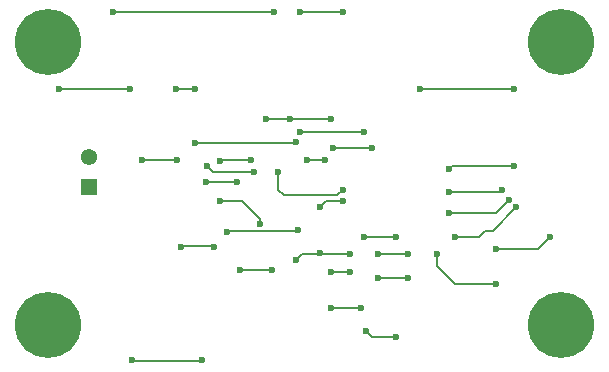
<source format=gbl>
G04 #@! TF.GenerationSoftware,KiCad,Pcbnew,8.0.6*
G04 #@! TF.CreationDate,2025-01-26T18:36:01-05:00*
G04 #@! TF.ProjectId,Mic_Board_Omni_NEW,4d69635f-426f-4617-9264-5f4f6d6e695f,rev?*
G04 #@! TF.SameCoordinates,Original*
G04 #@! TF.FileFunction,Copper,L2,Bot*
G04 #@! TF.FilePolarity,Positive*
%FSLAX46Y46*%
G04 Gerber Fmt 4.6, Leading zero omitted, Abs format (unit mm)*
G04 Created by KiCad (PCBNEW 8.0.6) date 2025-01-26 18:36:01*
%MOMM*%
%LPD*%
G01*
G04 APERTURE LIST*
G04 #@! TA.AperFunction,ComponentPad*
%ADD10C,5.600000*%
G04 #@! TD*
G04 #@! TA.AperFunction,ComponentPad*
%ADD11R,1.378000X1.378000*%
G04 #@! TD*
G04 #@! TA.AperFunction,ComponentPad*
%ADD12C,1.378000*%
G04 #@! TD*
G04 #@! TA.AperFunction,ViaPad*
%ADD13C,0.600000*%
G04 #@! TD*
G04 #@! TA.AperFunction,Conductor*
%ADD14C,0.200000*%
G04 #@! TD*
G04 APERTURE END LIST*
D10*
X132000000Y-93500000D03*
X132000000Y-93500000D03*
X175500000Y-93500000D03*
D11*
X135500000Y-81770000D03*
D12*
X135500000Y-79230000D03*
D10*
X132000000Y-69500000D03*
X175500000Y-93500000D03*
X175500000Y-69500000D03*
X132000000Y-69500000D03*
D13*
X142900000Y-73500000D03*
X144500000Y-73500000D03*
X149500000Y-80500000D03*
X145500000Y-80000000D03*
X171500000Y-73500000D03*
X161500000Y-94500000D03*
X140000000Y-79500000D03*
X157000000Y-82000000D03*
X157600000Y-89000000D03*
X160000000Y-89500000D03*
X143000000Y-79500000D03*
X133000000Y-73500000D03*
X159000000Y-94000000D03*
X163500000Y-73500000D03*
X139000000Y-73500000D03*
X158500000Y-92000000D03*
X151500000Y-80500000D03*
X162500000Y-89500000D03*
X156000000Y-89000000D03*
X156000000Y-92000000D03*
X145400000Y-81400000D03*
X148000000Y-81400000D03*
X145055500Y-96400000D03*
X139180500Y-96400000D03*
X152500000Y-76000000D03*
X146600000Y-79600000D03*
X150500000Y-76000000D03*
X156000000Y-76000000D03*
X151000000Y-88800000D03*
X150000000Y-84900000D03*
X148300000Y-88800000D03*
X146600000Y-83000000D03*
X149200000Y-79500000D03*
X147200000Y-85600000D03*
X153230500Y-85430500D03*
X143300000Y-86900000D03*
X146099998Y-86900002D03*
X174500000Y-86000000D03*
X170000000Y-90000000D03*
X155100000Y-87400000D03*
X170000000Y-87000000D03*
X155500000Y-79500000D03*
X165000000Y-87500000D03*
X153000000Y-78000000D03*
X157000000Y-83000000D03*
X162500000Y-87500000D03*
X154000000Y-79500000D03*
X155100000Y-83500000D03*
X153000000Y-88000000D03*
X144500000Y-78100000D03*
X157600000Y-87500000D03*
X160000000Y-87500000D03*
X159500000Y-78500000D03*
X156200000Y-78500000D03*
X161500000Y-86000000D03*
X158800000Y-86000000D03*
X153400000Y-67000000D03*
X158777750Y-77122250D03*
X153400000Y-77122250D03*
X157000000Y-67000000D03*
X171699262Y-83500735D03*
X166500000Y-86000000D03*
X166000000Y-84000000D03*
X171100000Y-82900735D03*
X166000000Y-82175004D03*
X170500000Y-82000000D03*
X166000000Y-80225003D03*
X171500000Y-80000000D03*
X151200000Y-67000000D03*
X137500000Y-67000000D03*
D14*
X142900000Y-73500000D02*
X144500000Y-73500000D01*
X151500000Y-80500000D02*
X151500000Y-82000000D01*
X156500000Y-82500000D02*
X157000000Y-82000000D01*
X146000000Y-80500000D02*
X149500000Y-80500000D01*
X145500000Y-80000000D02*
X146000000Y-80500000D01*
X171500000Y-73500000D02*
X163500000Y-73500000D01*
X140000000Y-79500000D02*
X143000000Y-79500000D01*
X160000000Y-89500000D02*
X162500000Y-89500000D01*
X158500000Y-92000000D02*
X156000000Y-92000000D01*
X139000000Y-73500000D02*
X133000000Y-73500000D01*
X157600000Y-89000000D02*
X156000000Y-89000000D01*
X161500000Y-94500000D02*
X159500000Y-94500000D01*
X152000000Y-82500000D02*
X156500000Y-82500000D01*
X159500000Y-94500000D02*
X159000000Y-94000000D01*
X151500000Y-82000000D02*
X152000000Y-82500000D01*
X145400000Y-81400000D02*
X148000000Y-81400000D01*
X139180500Y-96400000D02*
X139280500Y-96500000D01*
X139280500Y-96500000D02*
X144955500Y-96500000D01*
X144955500Y-96500000D02*
X145055500Y-96400000D01*
X152500000Y-76000000D02*
X156000000Y-76000000D01*
X151000000Y-88800000D02*
X148300000Y-88800000D01*
X150500000Y-76000000D02*
X152500000Y-76000000D01*
X149200000Y-79500000D02*
X146700000Y-79500000D01*
X146700000Y-79500000D02*
X146600000Y-79600000D01*
X150000000Y-84500000D02*
X150000000Y-84900000D01*
X148500000Y-83000000D02*
X150000000Y-84500000D01*
X146600000Y-83000000D02*
X148500000Y-83000000D01*
X143300000Y-86900000D02*
X143400000Y-86800000D01*
X145999996Y-86800000D02*
X146099998Y-86900002D01*
X143400000Y-86800000D02*
X145999996Y-86800000D01*
X153161000Y-85500000D02*
X147300000Y-85500000D01*
X153230500Y-85430500D02*
X153161000Y-85500000D01*
X147300000Y-85500000D02*
X147200000Y-85600000D01*
X157600000Y-87500000D02*
X153500000Y-87500000D01*
X165000000Y-87500000D02*
X165000000Y-88500000D01*
X166500000Y-90000000D02*
X170000000Y-90000000D01*
X153000000Y-78000000D02*
X152900000Y-78100000D01*
X170000000Y-87000000D02*
X173500000Y-87000000D01*
X155600000Y-83000000D02*
X155100000Y-83500000D01*
X160000000Y-87500000D02*
X162500000Y-87500000D01*
X154000000Y-79500000D02*
X155500000Y-79500000D01*
X157000000Y-83000000D02*
X155600000Y-83000000D01*
X173500000Y-87000000D02*
X174500000Y-86000000D01*
X155100000Y-87400000D02*
X155000000Y-87500000D01*
X152900000Y-78100000D02*
X144500000Y-78100000D01*
X153500000Y-87500000D02*
X153000000Y-88000000D01*
X165000000Y-88500000D02*
X166500000Y-90000000D01*
X159500000Y-78500000D02*
X156200000Y-78500000D01*
X158800000Y-86000000D02*
X161500000Y-86000000D01*
X153400000Y-67000000D02*
X157000000Y-67000000D01*
X153400000Y-77122250D02*
X158777750Y-77122250D01*
X167500000Y-86000000D02*
X168500000Y-86000000D01*
X169000000Y-85500000D02*
X169699997Y-85500000D01*
X169699997Y-85500000D02*
X171699262Y-83500735D01*
X168500000Y-86000000D02*
X169000000Y-85500000D01*
X166500000Y-86000000D02*
X167500000Y-86000000D01*
X166000000Y-84000000D02*
X170000735Y-84000000D01*
X170000735Y-84000000D02*
X171100000Y-82900735D01*
X170324996Y-82175004D02*
X170500000Y-82000000D01*
X166000000Y-82175004D02*
X170324996Y-82175004D01*
X166000000Y-80225003D02*
X166225003Y-80000000D01*
X166225003Y-80000000D02*
X171500000Y-80000000D01*
X151200000Y-67000000D02*
X144000000Y-67000000D01*
X137500000Y-67000000D02*
X144000000Y-67000000D01*
M02*

</source>
